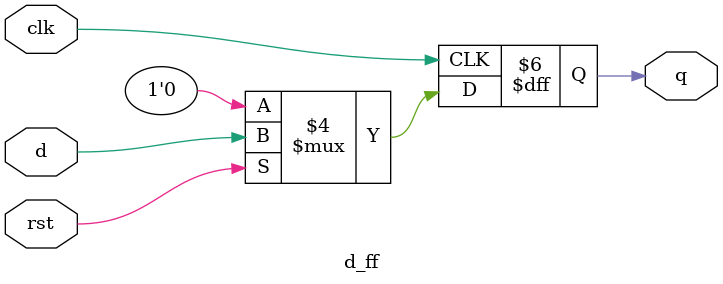
<source format=v>
module top_module (
    input clk,
    input resetn,   // synchronous reset
    input in,
    output out);

    wire q1,q2,q3;
    d_ff inst1(clk, resetn, in, q1);
    d_ff inst2(clk, resetn, q1, q2);
    d_ff inst3(clk, resetn, q2, q3);
    d_ff inst4(clk, resetn, q3, out);
endmodule
//---------------
module d_ff(
	input clk,
	input rst,
	input d,
	output reg q);
     
    always @(posedge clk)begin
        if(!rst) 
            q<=0;
        else 
            q<=d;
    end
endmodule
</source>
